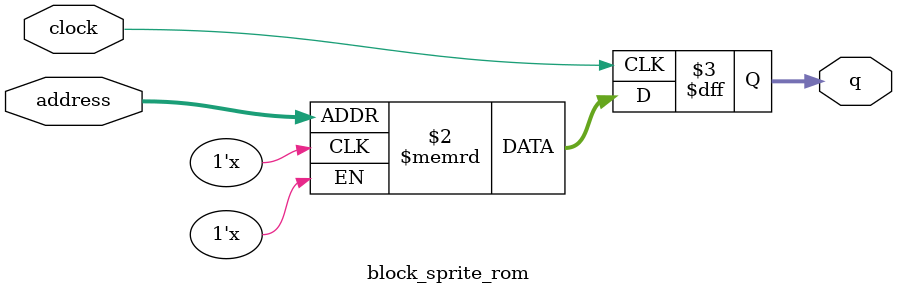
<source format=sv>
module block_sprite_rom (
	input logic clock,
	input logic [8:0] address,
	output logic [3:0] q
);

logic [3:0] memory [0:399] /* synthesis ram_init_file = "./block_sprite/block_sprite.COE" */;

always_ff @ (posedge clock) begin
	q <= memory[address];
end

endmodule

</source>
